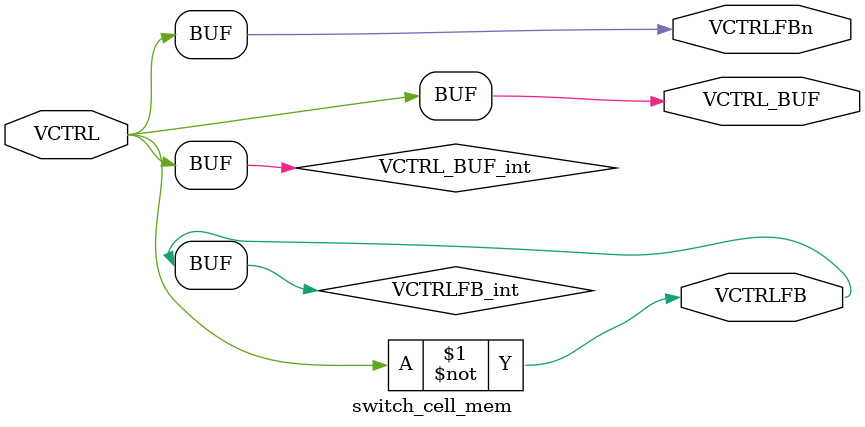
<source format=sv>
module switch_cell_mem (
`ifdef USE_PG_PIN
    inout  VIN,
    inout  VOUT,
    inout  VSS,
`endif
    input  VCTRL,     // Switch Signal Input
    output VCTRLFBn,  //Negated Schmitt Trigger Output
    output VCTRLFB,   //Schmitt Trigger Output
    output VCTRL_BUF  //ACK signal Output
);


`ifdef USE_PG_PIN
  assign VOUT = VCTRL == '0 ? VIN : 1'b0;
`endif

  logic VCTRLFB_int, VCTRL_BUF_int;

  assign VCTRLFB       = VCTRLFB_int;

  assign VCTRLFB_int   = ~VCTRL;
  assign VCTRL_BUF_int = VCTRL;

  assign VCTRL_BUF     = VCTRL_BUF_int;
  assign VCTRLFBn      = ~VCTRLFB_int;


endmodule

</source>
